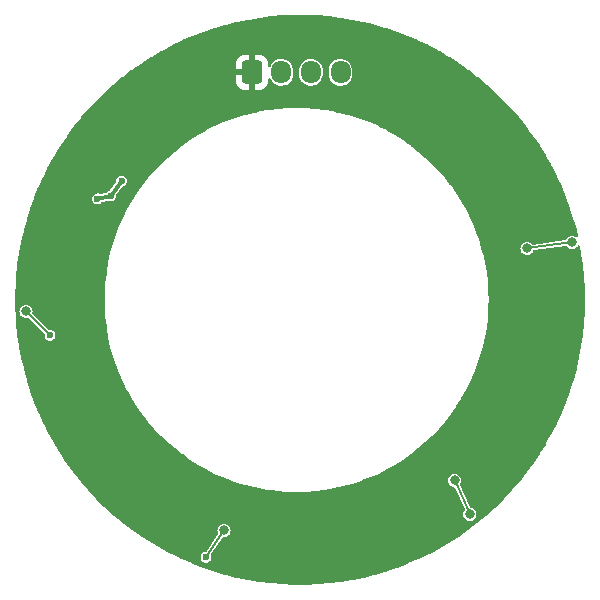
<source format=gbr>
%TF.GenerationSoftware,KiCad,Pcbnew,7.0.10*%
%TF.CreationDate,2024-07-16T17:41:30-07:00*%
%TF.ProjectId,Thermistor Ring,54686572-6d69-4737-946f-722052696e67,rev?*%
%TF.SameCoordinates,Original*%
%TF.FileFunction,Copper,L2,Bot*%
%TF.FilePolarity,Positive*%
%FSLAX46Y46*%
G04 Gerber Fmt 4.6, Leading zero omitted, Abs format (unit mm)*
G04 Created by KiCad (PCBNEW 7.0.10) date 2024-07-16 17:41:30*
%MOMM*%
%LPD*%
G01*
G04 APERTURE LIST*
G04 Aperture macros list*
%AMRoundRect*
0 Rectangle with rounded corners*
0 $1 Rounding radius*
0 $2 $3 $4 $5 $6 $7 $8 $9 X,Y pos of 4 corners*
0 Add a 4 corners polygon primitive as box body*
4,1,4,$2,$3,$4,$5,$6,$7,$8,$9,$2,$3,0*
0 Add four circle primitives for the rounded corners*
1,1,$1+$1,$2,$3*
1,1,$1+$1,$4,$5*
1,1,$1+$1,$6,$7*
1,1,$1+$1,$8,$9*
0 Add four rect primitives between the rounded corners*
20,1,$1+$1,$2,$3,$4,$5,0*
20,1,$1+$1,$4,$5,$6,$7,0*
20,1,$1+$1,$6,$7,$8,$9,0*
20,1,$1+$1,$8,$9,$2,$3,0*%
G04 Aperture macros list end*
%TA.AperFunction,ComponentPad*%
%ADD10RoundRect,0.250000X-0.600000X-0.725000X0.600000X-0.725000X0.600000X0.725000X-0.600000X0.725000X0*%
%TD*%
%TA.AperFunction,ComponentPad*%
%ADD11O,1.700000X1.950000*%
%TD*%
%TA.AperFunction,ViaPad*%
%ADD12C,0.600000*%
%TD*%
%TA.AperFunction,ViaPad*%
%ADD13C,0.800000*%
%TD*%
%TA.AperFunction,Conductor*%
%ADD14C,0.380000*%
%TD*%
%TA.AperFunction,Conductor*%
%ADD15C,0.160000*%
%TD*%
G04 APERTURE END LIST*
D10*
%TO.P,J1,1,Pin_1*%
%TO.N,GND*%
X69932085Y-37702705D03*
D11*
%TO.P,J1,2,Pin_2*%
%TO.N,/Power 3.3-5V*%
X72432085Y-37702705D03*
%TO.P,J1,3,Pin_3*%
%TO.N,/SDA*%
X74932085Y-37702705D03*
%TO.P,J1,4,Pin_4*%
%TO.N,/SCL*%
X77432085Y-37702705D03*
%TD*%
D12*
%TO.N,GND*%
X60705267Y-71268878D03*
X61385274Y-70951522D03*
X65013387Y-41857681D03*
X51977412Y-53674709D03*
X70427397Y-79294718D03*
X61842848Y-39725021D03*
X62042823Y-43254887D03*
X82486952Y-73370784D03*
X79557776Y-75483302D03*
X65210116Y-72997215D03*
X76721744Y-39480668D03*
X63800639Y-42620865D03*
X83374673Y-40915366D03*
X90994938Y-66168897D03*
X82354170Y-41784633D03*
X94485855Y-66667213D03*
X89660857Y-66442214D03*
X63254817Y-74844625D03*
X56964690Y-52008268D03*
X64647283Y-39845949D03*
X90732854Y-40165010D03*
X69102081Y-40372702D03*
X59249495Y-65783415D03*
X90187408Y-71354706D03*
X84286408Y-74723221D03*
X52896485Y-56983106D03*
X56447392Y-65154707D03*
X84267123Y-39048454D03*
X92210854Y-60767211D03*
X81190757Y-41012264D03*
X83998186Y-40460774D03*
X55266914Y-56471120D03*
X85546148Y-37081932D03*
X92525895Y-57491885D03*
X58267356Y-43606548D03*
X86837385Y-39354711D03*
X55814691Y-50483271D03*
X83335520Y-72263873D03*
X74946151Y-76256930D03*
X61732850Y-38845011D03*
X59502852Y-47845011D03*
X82453077Y-72148750D03*
X76897398Y-33674716D03*
X91310853Y-57592211D03*
X63411014Y-73422141D03*
X78963895Y-40753471D03*
X88312844Y-65135011D03*
X68282089Y-37722711D03*
X55769383Y-42248598D03*
X56301887Y-67623864D03*
X93421153Y-46706934D03*
X56400621Y-55570857D03*
X56309411Y-56955724D03*
X94777509Y-56748083D03*
X53424949Y-60918909D03*
X64920601Y-72371882D03*
X54737405Y-70564707D03*
X72647398Y-76534717D03*
X53527684Y-46416487D03*
X92160855Y-64742214D03*
X91307346Y-51366406D03*
X88464455Y-45001738D03*
X85660775Y-43107231D03*
X96337404Y-54704715D03*
X72212093Y-40022728D03*
X51689688Y-50633268D03*
X73127402Y-80734716D03*
X91895888Y-56351892D03*
X66220636Y-41180849D03*
X55596910Y-57431115D03*
X97792077Y-57042709D03*
X56284931Y-58358897D03*
X63955896Y-72888074D03*
X53668023Y-48186014D03*
X65246917Y-40804552D03*
X69982086Y-35932715D03*
X63500639Y-39223649D03*
X56762745Y-71102434D03*
X72987405Y-33734711D03*
%TO.N,/Power 3.3-5V*%
X57962641Y-48144437D03*
X58896624Y-46895543D03*
X56843512Y-48399545D03*
D13*
%TO.N,/SDA*%
X97032194Y-52087728D03*
X87085967Y-72250251D03*
X88382294Y-75109204D03*
X50804196Y-57929713D03*
X67568186Y-76471716D03*
X93222181Y-52595709D03*
D12*
X52836184Y-59961713D03*
X66044186Y-78757723D03*
%TD*%
D14*
%TO.N,/Power 3.3-5V*%
X72618023Y-37076384D02*
X72604870Y-37133033D01*
X56843512Y-48399545D02*
X57962641Y-48144437D01*
X57962641Y-48144437D02*
X58896624Y-46895543D01*
D15*
%TO.N,/SDA*%
X93222181Y-52595709D02*
X97032194Y-52087728D01*
X87085967Y-72250251D02*
X88382294Y-75109204D01*
X50804196Y-57929713D02*
X52836184Y-59961713D01*
X67568186Y-76471716D02*
X66044186Y-78757723D01*
%TD*%
%TA.AperFunction,Conductor*%
%TO.N,GND*%
G36*
X74463695Y-32836773D02*
G01*
X74560350Y-32838745D01*
X74562555Y-32838812D01*
X75444884Y-32874831D01*
X75447225Y-32874951D01*
X75543713Y-32880863D01*
X75546072Y-32881032D01*
X76426050Y-32952998D01*
X76428384Y-32953212D01*
X76524649Y-32963065D01*
X76526962Y-32963326D01*
X77403264Y-33071124D01*
X77405591Y-33071434D01*
X77501320Y-33085198D01*
X77503778Y-33085578D01*
X78374783Y-33229001D01*
X78377217Y-33229427D01*
X78472289Y-33247081D01*
X78474581Y-33247530D01*
X79339225Y-33426406D01*
X79341574Y-33426917D01*
X79435793Y-33448422D01*
X79438047Y-33448961D01*
X80228157Y-33646337D01*
X80294608Y-33662938D01*
X80297055Y-33663576D01*
X80390262Y-33688890D01*
X80392629Y-33689559D01*
X81239720Y-33938288D01*
X81242056Y-33939000D01*
X81334218Y-33968116D01*
X81336377Y-33968822D01*
X82172797Y-34251956D01*
X82174988Y-34252722D01*
X82265950Y-34285596D01*
X82268083Y-34286392D01*
X83092214Y-34603389D01*
X83094432Y-34604269D01*
X83183886Y-34640788D01*
X83186126Y-34641729D01*
X83996540Y-34992034D01*
X83998808Y-34993043D01*
X84086617Y-35033144D01*
X84088870Y-35034200D01*
X84884246Y-35417233D01*
X84886486Y-35418340D01*
X84972654Y-35462023D01*
X84974777Y-35463126D01*
X85674876Y-35836190D01*
X85753935Y-35878319D01*
X85756155Y-35879532D01*
X85840369Y-35926638D01*
X85842564Y-35927895D01*
X86283732Y-36186619D01*
X86465719Y-36293346D01*
X86604048Y-36374469D01*
X86606217Y-36375771D01*
X86688492Y-36426305D01*
X86690576Y-36427614D01*
X87433331Y-36904954D01*
X87435271Y-36906228D01*
X87515572Y-36960180D01*
X87517467Y-36961482D01*
X88081871Y-37357636D01*
X88240114Y-37468707D01*
X88242168Y-37470180D01*
X88320090Y-37527281D01*
X88321988Y-37528702D01*
X89023312Y-38064955D01*
X89025307Y-38066513D01*
X89100755Y-38126682D01*
X89102715Y-38128278D01*
X89781545Y-38692659D01*
X89783474Y-38694296D01*
X89856404Y-38757490D01*
X89858298Y-38759166D01*
X90310240Y-39167211D01*
X90513518Y-39350744D01*
X90515378Y-39352458D01*
X90585695Y-39418598D01*
X90587514Y-39420344D01*
X91218105Y-40038200D01*
X91219829Y-40039924D01*
X91287407Y-40108897D01*
X91289158Y-40110720D01*
X91893984Y-40753742D01*
X91895697Y-40755602D01*
X91960376Y-40827238D01*
X91962046Y-40829125D01*
X92121715Y-41013393D01*
X92540153Y-41496296D01*
X92541789Y-41498224D01*
X92603484Y-41572429D01*
X92605054Y-41574357D01*
X92871416Y-41908364D01*
X93155478Y-42264568D01*
X93157034Y-42266561D01*
X93215676Y-42343253D01*
X93217175Y-42345255D01*
X93421612Y-42624237D01*
X93738967Y-43057312D01*
X93740441Y-43059368D01*
X93795921Y-43138411D01*
X93797353Y-43140496D01*
X94289636Y-43873198D01*
X94291016Y-43875296D01*
X94305648Y-43898065D01*
X94343214Y-43956519D01*
X94344559Y-43958660D01*
X94806571Y-44710871D01*
X94807873Y-44713040D01*
X94856721Y-44796334D01*
X94857978Y-44798529D01*
X94935674Y-44937431D01*
X95243304Y-45487402D01*
X95288904Y-45568923D01*
X95290117Y-45571144D01*
X95335529Y-45656366D01*
X95336695Y-45658610D01*
X95735850Y-46445964D01*
X95736971Y-46448231D01*
X95778835Y-46535162D01*
X95779909Y-46537453D01*
X96146618Y-47340434D01*
X96147645Y-47342744D01*
X96185968Y-47431401D01*
X96186949Y-47433734D01*
X96520597Y-48250996D01*
X96521529Y-48253347D01*
X96556190Y-48343458D01*
X96557074Y-48345829D01*
X96857132Y-49176082D01*
X96857930Y-49178361D01*
X96888873Y-49269771D01*
X96889659Y-49272174D01*
X97155620Y-50114029D01*
X97156357Y-50116450D01*
X97183542Y-50209036D01*
X97184230Y-50211469D01*
X97415603Y-51063363D01*
X97416241Y-51065812D01*
X97439644Y-51159498D01*
X97440232Y-51161957D01*
X97513642Y-51483586D01*
X97509369Y-51553325D01*
X97468070Y-51609683D01*
X97402858Y-51634766D01*
X97334437Y-51620612D01*
X97317266Y-51609556D01*
X97311029Y-51604770D01*
X97311025Y-51604768D01*
X97176533Y-51549060D01*
X97176528Y-51549058D01*
X97032195Y-51530057D01*
X97032193Y-51530057D01*
X96887859Y-51549058D01*
X96887857Y-51549059D01*
X96753359Y-51604770D01*
X96637861Y-51693395D01*
X96549235Y-51808894D01*
X96529113Y-51857472D01*
X96485271Y-51911875D01*
X96430941Y-51932929D01*
X93761954Y-52288780D01*
X93692901Y-52278128D01*
X93647191Y-52241356D01*
X93616514Y-52201376D01*
X93501017Y-52112752D01*
X93501014Y-52112751D01*
X93501012Y-52112749D01*
X93366520Y-52057041D01*
X93366515Y-52057039D01*
X93222182Y-52038038D01*
X93222180Y-52038038D01*
X93077846Y-52057039D01*
X93077844Y-52057040D01*
X92943346Y-52112751D01*
X92827848Y-52201376D01*
X92739223Y-52316874D01*
X92683512Y-52451372D01*
X92683511Y-52451374D01*
X92664510Y-52595707D01*
X92664510Y-52595710D01*
X92683511Y-52740043D01*
X92683513Y-52740048D01*
X92739221Y-52874540D01*
X92739221Y-52874541D01*
X92739223Y-52874544D01*
X92739224Y-52874545D01*
X92827848Y-52990042D01*
X92943345Y-53078666D01*
X92943348Y-53078667D01*
X92943349Y-53078668D01*
X93010595Y-53106522D01*
X93077845Y-53134378D01*
X93150013Y-53143879D01*
X93222180Y-53153380D01*
X93222181Y-53153380D01*
X93222182Y-53153380D01*
X93270293Y-53147046D01*
X93366517Y-53134378D01*
X93501012Y-53078668D01*
X93501013Y-53078668D01*
X93501013Y-53078667D01*
X93501017Y-53078666D01*
X93616514Y-52990042D01*
X93705138Y-52874545D01*
X93725260Y-52825965D01*
X93769100Y-52771563D01*
X93823430Y-52750506D01*
X96492420Y-52394655D01*
X96561471Y-52405307D01*
X96607181Y-52442080D01*
X96637857Y-52482056D01*
X96637861Y-52482061D01*
X96753358Y-52570685D01*
X96753361Y-52570686D01*
X96753362Y-52570687D01*
X96813766Y-52595707D01*
X96887858Y-52626397D01*
X96960026Y-52635898D01*
X97032193Y-52645399D01*
X97032194Y-52645399D01*
X97032195Y-52645399D01*
X97080306Y-52639065D01*
X97176530Y-52626397D01*
X97311025Y-52570687D01*
X97311026Y-52570687D01*
X97311026Y-52570686D01*
X97311030Y-52570685D01*
X97426527Y-52482061D01*
X97496645Y-52390680D01*
X97553073Y-52349478D01*
X97622819Y-52345323D01*
X97683739Y-52379535D01*
X97716492Y-52441253D01*
X97716937Y-52443528D01*
X97818412Y-52990000D01*
X97818848Y-52992492D01*
X97834524Y-53087693D01*
X97834910Y-53090193D01*
X97960546Y-53964013D01*
X97960880Y-53966519D01*
X97972660Y-54062271D01*
X97972944Y-54064786D01*
X98062841Y-54943076D01*
X98063063Y-54945492D01*
X98069652Y-55026059D01*
X98070928Y-55041660D01*
X98071108Y-55044182D01*
X98125106Y-55925390D01*
X98125235Y-55927917D01*
X98129170Y-56024317D01*
X98129247Y-56026844D01*
X98148240Y-56957705D01*
X98148240Y-56962765D01*
X98129247Y-57893626D01*
X98129170Y-57896153D01*
X98125235Y-57992553D01*
X98125106Y-57995080D01*
X98071108Y-58876288D01*
X98070928Y-58878810D01*
X98063064Y-58974961D01*
X98062841Y-58977394D01*
X97972944Y-59855684D01*
X97972660Y-59858199D01*
X97960880Y-59953951D01*
X97960546Y-59956457D01*
X97834910Y-60830277D01*
X97834524Y-60832777D01*
X97818848Y-60927978D01*
X97818412Y-60930470D01*
X97657241Y-61798419D01*
X97656754Y-61800901D01*
X97637197Y-61895436D01*
X97636659Y-61897908D01*
X97440232Y-62758513D01*
X97439644Y-62760972D01*
X97416241Y-62854658D01*
X97415603Y-62857107D01*
X97184230Y-63709001D01*
X97183542Y-63711434D01*
X97156357Y-63804020D01*
X97155620Y-63806441D01*
X96889659Y-64648296D01*
X96888873Y-64650699D01*
X96874303Y-64693741D01*
X96857950Y-64742049D01*
X96857132Y-64744388D01*
X96557074Y-65574641D01*
X96556190Y-65577012D01*
X96521529Y-65667123D01*
X96520597Y-65669474D01*
X96186949Y-66486736D01*
X96185968Y-66489069D01*
X96147645Y-66577726D01*
X96146618Y-66580036D01*
X95779909Y-67383017D01*
X95778835Y-67385308D01*
X95736971Y-67472239D01*
X95735850Y-67474506D01*
X95336695Y-68261860D01*
X95335529Y-68264104D01*
X95290117Y-68349326D01*
X95288904Y-68351547D01*
X94857978Y-69121941D01*
X94856721Y-69124136D01*
X94807873Y-69207430D01*
X94806571Y-69209599D01*
X94344559Y-69961810D01*
X94343214Y-69963951D01*
X94291026Y-70045158D01*
X94289636Y-70047272D01*
X93797353Y-70779974D01*
X93795921Y-70782059D01*
X93740441Y-70861102D01*
X93738967Y-70863158D01*
X93217193Y-71575191D01*
X93215676Y-71577217D01*
X93157034Y-71653909D01*
X93155478Y-71655902D01*
X92605082Y-72346079D01*
X92603484Y-72348041D01*
X92541789Y-72422246D01*
X92540153Y-72424174D01*
X91962053Y-73091337D01*
X91960376Y-73093232D01*
X91895697Y-73164868D01*
X91893984Y-73166728D01*
X91289158Y-73809750D01*
X91287407Y-73811573D01*
X91219829Y-73880546D01*
X91218039Y-73882336D01*
X90587520Y-74500120D01*
X90585695Y-74501872D01*
X90515378Y-74568012D01*
X90513518Y-74569726D01*
X89858298Y-75161304D01*
X89856404Y-75162980D01*
X89783474Y-75226174D01*
X89781545Y-75227811D01*
X89102715Y-75792192D01*
X89100755Y-75793788D01*
X89025307Y-75853957D01*
X89023312Y-75855515D01*
X88322043Y-76391727D01*
X88320017Y-76393244D01*
X88242168Y-76450290D01*
X88240114Y-76451763D01*
X87517564Y-76958921D01*
X87515478Y-76960354D01*
X87435322Y-77014208D01*
X87433208Y-77015597D01*
X86690633Y-77492820D01*
X86688492Y-77494165D01*
X86606217Y-77544699D01*
X86604048Y-77546001D01*
X85842564Y-77992575D01*
X85840369Y-77993832D01*
X85756155Y-78040938D01*
X85753935Y-78042151D01*
X84974857Y-78457302D01*
X84972611Y-78458469D01*
X84886486Y-78502130D01*
X84884220Y-78503250D01*
X84088908Y-78886252D01*
X84086617Y-78887326D01*
X83998808Y-78927427D01*
X83996497Y-78928455D01*
X83186171Y-79278722D01*
X83183839Y-79279701D01*
X83094500Y-79316174D01*
X83092148Y-79317107D01*
X82268203Y-79634033D01*
X82265833Y-79634917D01*
X82175084Y-79667714D01*
X82172697Y-79668549D01*
X81336514Y-79951603D01*
X81334108Y-79952390D01*
X81242082Y-79981462D01*
X81239664Y-79982199D01*
X80392663Y-80230901D01*
X80390228Y-80231589D01*
X80297055Y-80256894D01*
X80294608Y-80257532D01*
X79438151Y-80471484D01*
X79435690Y-80472072D01*
X79341635Y-80493539D01*
X79339164Y-80494077D01*
X78474675Y-80672921D01*
X78472192Y-80673408D01*
X78377245Y-80691038D01*
X78374754Y-80691474D01*
X77503798Y-80834889D01*
X77501299Y-80835275D01*
X77405678Y-80849024D01*
X77403170Y-80849358D01*
X76527061Y-80957132D01*
X76524547Y-80957416D01*
X76428478Y-80967249D01*
X76425959Y-80967480D01*
X75546156Y-81039431D01*
X75543633Y-81039612D01*
X75447317Y-81045514D01*
X75444791Y-81045643D01*
X74562716Y-81081653D01*
X74560188Y-81081730D01*
X74469801Y-81083574D01*
X74463694Y-81083699D01*
X74461166Y-81083725D01*
X73578400Y-81083725D01*
X73575871Y-81083699D01*
X73568816Y-81083555D01*
X73479376Y-81081730D01*
X73476848Y-81081653D01*
X72594773Y-81045643D01*
X72592247Y-81045514D01*
X72495931Y-81039612D01*
X72493408Y-81039431D01*
X71613605Y-80967480D01*
X71611086Y-80967249D01*
X71515017Y-80957416D01*
X71512503Y-80957132D01*
X70636394Y-80849358D01*
X70633886Y-80849024D01*
X70538265Y-80835275D01*
X70535766Y-80834889D01*
X69664810Y-80691474D01*
X69662319Y-80691038D01*
X69567372Y-80673408D01*
X69564889Y-80672921D01*
X68700400Y-80494077D01*
X68697929Y-80493539D01*
X68603874Y-80472072D01*
X68601413Y-80471484D01*
X67744956Y-80257532D01*
X67742509Y-80256894D01*
X67649336Y-80231589D01*
X67646901Y-80230901D01*
X66799900Y-79982199D01*
X66797482Y-79981462D01*
X66705456Y-79952390D01*
X66703070Y-79951609D01*
X66255406Y-79800072D01*
X65866867Y-79668549D01*
X65864480Y-79667714D01*
X65773731Y-79634917D01*
X65771361Y-79634033D01*
X64947416Y-79317107D01*
X64945064Y-79316174D01*
X64855725Y-79279701D01*
X64853393Y-79278722D01*
X64043067Y-78928455D01*
X64040756Y-78927427D01*
X63952947Y-78887326D01*
X63950656Y-78886252D01*
X63683763Y-78757723D01*
X65586629Y-78757723D01*
X65605162Y-78886631D01*
X65624263Y-78928455D01*
X65659265Y-79005097D01*
X65744550Y-79103522D01*
X65744552Y-79103523D01*
X65744552Y-79103524D01*
X65788374Y-79131685D01*
X65854110Y-79173931D01*
X65955951Y-79203835D01*
X65979068Y-79210623D01*
X65979069Y-79210623D01*
X66109304Y-79210623D01*
X66128811Y-79204894D01*
X66234262Y-79173931D01*
X66343822Y-79103522D01*
X66429107Y-79005097D01*
X66483209Y-78886632D01*
X66501743Y-78757723D01*
X66483209Y-78628814D01*
X66482153Y-78626503D01*
X66481792Y-78623990D01*
X66480711Y-78620309D01*
X66481240Y-78620153D01*
X66472207Y-78557348D01*
X66491771Y-78506208D01*
X67440908Y-77082498D01*
X67494472Y-77037639D01*
X67560266Y-77028344D01*
X67568186Y-77029387D01*
X67712522Y-77010385D01*
X67847017Y-76954675D01*
X67847018Y-76954675D01*
X67847018Y-76954674D01*
X67847022Y-76954673D01*
X67962519Y-76866049D01*
X68051143Y-76750552D01*
X68106855Y-76616052D01*
X68125857Y-76471716D01*
X68120240Y-76429054D01*
X68106855Y-76327381D01*
X68106855Y-76327380D01*
X68051143Y-76192881D01*
X67962519Y-76077383D01*
X67847022Y-75988759D01*
X67847019Y-75988758D01*
X67847017Y-75988756D01*
X67712525Y-75933048D01*
X67712520Y-75933046D01*
X67568187Y-75914045D01*
X67568185Y-75914045D01*
X67423851Y-75933046D01*
X67423849Y-75933047D01*
X67289351Y-75988758D01*
X67173853Y-76077383D01*
X67085228Y-76192881D01*
X67029517Y-76327379D01*
X67029516Y-76327381D01*
X67010515Y-76471714D01*
X67010515Y-76471717D01*
X67029516Y-76616050D01*
X67029517Y-76616052D01*
X67066471Y-76705266D01*
X67073940Y-76774736D01*
X67055084Y-76821502D01*
X66103019Y-78249606D01*
X66049454Y-78294467D01*
X65999845Y-78304823D01*
X65979068Y-78304823D01*
X65916589Y-78323169D01*
X65854110Y-78341515D01*
X65854107Y-78341517D01*
X65744552Y-78411921D01*
X65744552Y-78411922D01*
X65659265Y-78510348D01*
X65659264Y-78510350D01*
X65605162Y-78628814D01*
X65586629Y-78757723D01*
X63683763Y-78757723D01*
X63155344Y-78503250D01*
X63153078Y-78502130D01*
X63066953Y-78458469D01*
X63064707Y-78457302D01*
X62285629Y-78042151D01*
X62283409Y-78040938D01*
X62199195Y-77993832D01*
X62197000Y-77992575D01*
X61435516Y-77546001D01*
X61433347Y-77544699D01*
X61351072Y-77494165D01*
X61348931Y-77492820D01*
X60606284Y-77015549D01*
X60604242Y-77014208D01*
X60598549Y-77010383D01*
X60524034Y-76960318D01*
X60522054Y-76958958D01*
X60033510Y-76616050D01*
X59799450Y-76451763D01*
X59797396Y-76450290D01*
X59756486Y-76420312D01*
X59719506Y-76393213D01*
X59717546Y-76391746D01*
X59117650Y-75933047D01*
X59016252Y-75855515D01*
X59014257Y-75853957D01*
X58938809Y-75793788D01*
X58936849Y-75792192D01*
X58258019Y-75227811D01*
X58256090Y-75226174D01*
X58183160Y-75162980D01*
X58181266Y-75161304D01*
X57526046Y-74569726D01*
X57524186Y-74568012D01*
X57453869Y-74501872D01*
X57452044Y-74500120D01*
X57440892Y-74489193D01*
X56821460Y-73882271D01*
X56819735Y-73880546D01*
X56752157Y-73811573D01*
X56750406Y-73809750D01*
X56145580Y-73166728D01*
X56143867Y-73164868D01*
X56079188Y-73093232D01*
X56077511Y-73091337D01*
X56043425Y-73052000D01*
X55499401Y-72424162D01*
X55497775Y-72422246D01*
X55436042Y-72347994D01*
X55434528Y-72346135D01*
X54928488Y-71711581D01*
X54884086Y-71655902D01*
X54882530Y-71653909D01*
X54823888Y-71577217D01*
X54822413Y-71575248D01*
X54300580Y-70863135D01*
X54299123Y-70861102D01*
X54243643Y-70782059D01*
X54242211Y-70779974D01*
X54046897Y-70489273D01*
X53749885Y-70047207D01*
X53748579Y-70045221D01*
X53696335Y-69963927D01*
X53695005Y-69961810D01*
X53435504Y-69539312D01*
X53232982Y-69209580D01*
X53231691Y-69207430D01*
X53182843Y-69124136D01*
X53181586Y-69121941D01*
X52750616Y-68351467D01*
X52749491Y-68349407D01*
X52704014Y-68264064D01*
X52702891Y-68261904D01*
X52303705Y-67474489D01*
X52302620Y-67472293D01*
X52260692Y-67385230D01*
X52259655Y-67383017D01*
X51892946Y-66580036D01*
X51891919Y-66577726D01*
X51853596Y-66489069D01*
X51852615Y-66486736D01*
X51656311Y-66005895D01*
X51518956Y-65669447D01*
X51518059Y-65667183D01*
X51483340Y-65576922D01*
X51482512Y-65574701D01*
X51182381Y-64744244D01*
X51181673Y-64742222D01*
X51150648Y-64650568D01*
X51149919Y-64648341D01*
X50883934Y-63806410D01*
X50883207Y-63804020D01*
X50856022Y-63711434D01*
X50855334Y-63709001D01*
X50716138Y-63196493D01*
X50623932Y-62856998D01*
X50623346Y-62854747D01*
X50599913Y-62760944D01*
X50599344Y-62758564D01*
X50402895Y-61897863D01*
X50402367Y-61895436D01*
X50382810Y-61800901D01*
X50382323Y-61798419D01*
X50221135Y-60930374D01*
X50220730Y-60928062D01*
X50205030Y-60832714D01*
X50204666Y-60830356D01*
X50079014Y-59956427D01*
X50078684Y-59953951D01*
X50066885Y-59858039D01*
X50066636Y-59855831D01*
X49976705Y-58977202D01*
X49976516Y-58975155D01*
X49968624Y-58878653D01*
X49968460Y-58876354D01*
X49914451Y-57994956D01*
X49914335Y-57992676D01*
X49911765Y-57929714D01*
X50246525Y-57929714D01*
X50265526Y-58074047D01*
X50265528Y-58074052D01*
X50321236Y-58208544D01*
X50321236Y-58208545D01*
X50321238Y-58208548D01*
X50321239Y-58208549D01*
X50409863Y-58324046D01*
X50525360Y-58412670D01*
X50525363Y-58412671D01*
X50525364Y-58412672D01*
X50592610Y-58440526D01*
X50659860Y-58468382D01*
X50732028Y-58477883D01*
X50804195Y-58487384D01*
X50804196Y-58487384D01*
X50945308Y-58468806D01*
X51014343Y-58479571D01*
X51049174Y-58504064D01*
X52350850Y-59805747D01*
X52384335Y-59867070D01*
X52385907Y-59911073D01*
X52378627Y-59961711D01*
X52378627Y-59961712D01*
X52397160Y-60090621D01*
X52417571Y-60135313D01*
X52451263Y-60209087D01*
X52536548Y-60307512D01*
X52536550Y-60307513D01*
X52536550Y-60307514D01*
X52580372Y-60335675D01*
X52646108Y-60377921D01*
X52747949Y-60407825D01*
X52771066Y-60414613D01*
X52771067Y-60414613D01*
X52901302Y-60414613D01*
X52920809Y-60408884D01*
X53026260Y-60377921D01*
X53135820Y-60307512D01*
X53221105Y-60209087D01*
X53275207Y-60090622D01*
X53293741Y-59961713D01*
X53275207Y-59832804D01*
X53221105Y-59714339D01*
X53135820Y-59615914D01*
X53135817Y-59615912D01*
X53135817Y-59615911D01*
X53070084Y-59573668D01*
X53026260Y-59545505D01*
X52942954Y-59521043D01*
X52901302Y-59508813D01*
X52901301Y-59508813D01*
X52771067Y-59508813D01*
X52764018Y-59508813D01*
X52696979Y-59489128D01*
X52676342Y-59472499D01*
X51378544Y-58174693D01*
X51345061Y-58113372D01*
X51343288Y-58070834D01*
X51361867Y-57929713D01*
X51342865Y-57785377D01*
X51287153Y-57650878D01*
X51198529Y-57535380D01*
X51083032Y-57446756D01*
X51083029Y-57446755D01*
X51083027Y-57446753D01*
X50948535Y-57391045D01*
X50948530Y-57391043D01*
X50804197Y-57372042D01*
X50804195Y-57372042D01*
X50659861Y-57391043D01*
X50659859Y-57391044D01*
X50525361Y-57446755D01*
X50409863Y-57535380D01*
X50321238Y-57650878D01*
X50265527Y-57785376D01*
X50265526Y-57785378D01*
X50246525Y-57929711D01*
X50246525Y-57929714D01*
X49911765Y-57929714D01*
X49910391Y-57896063D01*
X49910319Y-57893718D01*
X49892310Y-57011012D01*
X49892284Y-57008483D01*
X49892284Y-56965740D01*
X57455646Y-56965740D01*
X57455996Y-56969390D01*
X57475130Y-57748590D01*
X57474952Y-57752263D01*
X57475168Y-57755297D01*
X57475433Y-57760680D01*
X57475528Y-57764143D01*
X57476087Y-57767834D01*
X57533415Y-58545106D01*
X57533438Y-58548764D01*
X57533691Y-58550821D01*
X57534280Y-58556795D01*
X57534454Y-58559154D01*
X57535168Y-58562805D01*
X57630634Y-59336740D01*
X57630827Y-59340428D01*
X57631257Y-59342922D01*
X57632108Y-59348662D01*
X57632455Y-59351449D01*
X57633362Y-59355078D01*
X57766601Y-60122975D01*
X57766970Y-60126641D01*
X57767542Y-60129201D01*
X57768662Y-60134835D01*
X57769842Y-60141583D01*
X57771262Y-60146734D01*
X57771499Y-60148099D01*
X57946255Y-60926295D01*
X58158970Y-61694993D01*
X58158976Y-61695011D01*
X58409182Y-62452334D01*
X58409187Y-62452347D01*
X58409192Y-62452362D01*
X58696211Y-63196449D01*
X58696220Y-63196472D01*
X59019423Y-63925642D01*
X59019426Y-63925648D01*
X59019428Y-63925652D01*
X59378042Y-64638090D01*
X59412683Y-64699240D01*
X59768290Y-65326975D01*
X59771165Y-65332049D01*
X60197891Y-66005895D01*
X60657143Y-66657996D01*
X60657146Y-66657999D01*
X60657151Y-66658007D01*
X60991951Y-67087027D01*
X61147836Y-67286781D01*
X61147846Y-67286793D01*
X61147854Y-67286803D01*
X61668797Y-67890714D01*
X61668798Y-67890715D01*
X61668807Y-67890725D01*
X62218773Y-68468374D01*
X62796429Y-69018337D01*
X63015638Y-69207430D01*
X63400379Y-69539312D01*
X64029147Y-70030021D01*
X64029156Y-70030027D01*
X64053643Y-70047272D01*
X64681245Y-70489269D01*
X65355095Y-70915985D01*
X66049061Y-71309100D01*
X66049069Y-71309104D01*
X66761474Y-71667710D01*
X66761490Y-71667718D01*
X66986137Y-71767291D01*
X67490671Y-71990922D01*
X68234806Y-72277982D01*
X68992130Y-72528158D01*
X69760827Y-72740897D01*
X69760841Y-72740900D01*
X69760848Y-72740902D01*
X70539027Y-72915635D01*
X70539033Y-72915636D01*
X70539042Y-72915638D01*
X70890084Y-72976551D01*
X71324858Y-73051994D01*
X71324877Y-73051996D01*
X71324896Y-73052000D01*
X71720689Y-73100816D01*
X72116465Y-73149630D01*
X72116469Y-73149630D01*
X72116483Y-73149632D01*
X72911912Y-73208310D01*
X73709265Y-73227884D01*
X74506602Y-73208316D01*
X75302028Y-73149630D01*
X76093634Y-73051996D01*
X76879485Y-72915647D01*
X77657700Y-72740886D01*
X78426393Y-72528161D01*
X79183715Y-72277982D01*
X79255599Y-72250252D01*
X86528296Y-72250252D01*
X86547297Y-72394585D01*
X86547299Y-72394590D01*
X86603007Y-72529082D01*
X86603007Y-72529083D01*
X86603009Y-72529086D01*
X86603010Y-72529087D01*
X86691634Y-72644584D01*
X86807131Y-72733208D01*
X86807134Y-72733209D01*
X86807135Y-72733210D01*
X86874381Y-72761064D01*
X86941631Y-72788920D01*
X87014625Y-72798529D01*
X87078521Y-72826795D01*
X87111373Y-72870261D01*
X87931996Y-74680083D01*
X87941753Y-74749268D01*
X87917441Y-74806774D01*
X87899336Y-74830369D01*
X87843625Y-74964867D01*
X87843624Y-74964869D01*
X87824623Y-75109202D01*
X87824623Y-75109205D01*
X87843624Y-75253538D01*
X87843626Y-75253543D01*
X87899334Y-75388035D01*
X87899334Y-75388036D01*
X87899336Y-75388039D01*
X87899337Y-75388040D01*
X87987961Y-75503537D01*
X88103458Y-75592161D01*
X88103461Y-75592162D01*
X88103462Y-75592163D01*
X88170708Y-75620017D01*
X88237958Y-75647873D01*
X88310126Y-75657374D01*
X88382293Y-75666875D01*
X88382294Y-75666875D01*
X88382295Y-75666875D01*
X88430406Y-75660541D01*
X88526630Y-75647873D01*
X88661125Y-75592163D01*
X88661126Y-75592163D01*
X88661126Y-75592162D01*
X88661130Y-75592161D01*
X88776627Y-75503537D01*
X88865251Y-75388040D01*
X88920963Y-75253540D01*
X88939965Y-75109204D01*
X88920963Y-74964868D01*
X88865251Y-74830369D01*
X88803021Y-74749268D01*
X88776628Y-74714872D01*
X88731290Y-74680083D01*
X88661130Y-74626247D01*
X88661127Y-74626246D01*
X88661125Y-74626244D01*
X88526633Y-74570536D01*
X88526631Y-74570535D01*
X88526630Y-74570535D01*
X88453633Y-74560924D01*
X88389738Y-74532658D01*
X88356889Y-74489196D01*
X87536264Y-72679370D01*
X87526508Y-72610186D01*
X87550822Y-72552678D01*
X87553268Y-72549489D01*
X87568924Y-72529087D01*
X87624636Y-72394587D01*
X87643638Y-72250251D01*
X87624636Y-72105915D01*
X87568924Y-71971416D01*
X87480300Y-71855918D01*
X87364803Y-71767294D01*
X87364800Y-71767293D01*
X87364798Y-71767291D01*
X87230306Y-71711583D01*
X87230301Y-71711581D01*
X87085968Y-71692580D01*
X87085966Y-71692580D01*
X86941632Y-71711581D01*
X86941630Y-71711582D01*
X86807132Y-71767293D01*
X86691634Y-71855918D01*
X86603009Y-71971416D01*
X86547298Y-72105914D01*
X86547297Y-72105916D01*
X86528296Y-72250249D01*
X86528296Y-72250252D01*
X79255599Y-72250252D01*
X79927868Y-71990916D01*
X80657034Y-71667711D01*
X81369449Y-71309104D01*
X82063426Y-70915980D01*
X82737278Y-70489250D01*
X83389379Y-70030013D01*
X84018157Y-69539301D01*
X84622096Y-69018336D01*
X85199749Y-68468370D01*
X85749718Y-67890715D01*
X86270683Y-67286781D01*
X86761383Y-66657996D01*
X86761387Y-66657989D01*
X86762319Y-66656796D01*
X86762443Y-66656892D01*
X86770943Y-66647265D01*
X86772246Y-66645317D01*
X86773922Y-66642874D01*
X87226356Y-66000470D01*
X87228848Y-65997433D01*
X87230003Y-65995598D01*
X87233791Y-65989929D01*
X87235284Y-65987821D01*
X87237162Y-65984275D01*
X87653382Y-65326975D01*
X87655787Y-65323759D01*
X87657036Y-65321539D01*
X87660598Y-65315599D01*
X87661770Y-65313761D01*
X87663460Y-65310182D01*
X88047117Y-64632937D01*
X88049354Y-64629624D01*
X88050544Y-64627244D01*
X88053745Y-64621255D01*
X88055060Y-64618949D01*
X88056575Y-64615241D01*
X88406205Y-63920674D01*
X88408309Y-63917219D01*
X88409502Y-63914511D01*
X88412377Y-63908433D01*
X88413603Y-63906011D01*
X88414937Y-63902230D01*
X88730113Y-63191173D01*
X88732053Y-63187588D01*
X88732950Y-63185236D01*
X88735673Y-63178662D01*
X88736698Y-63176375D01*
X88737861Y-63172466D01*
X89017843Y-62446644D01*
X89019572Y-62443023D01*
X89020330Y-62440703D01*
X89022668Y-62434167D01*
X89023409Y-62432265D01*
X89024366Y-62428452D01*
X89268654Y-61688999D01*
X89270179Y-61685343D01*
X89270839Y-61682937D01*
X89272791Y-61676504D01*
X89273514Y-61674333D01*
X89274279Y-61670477D01*
X89481836Y-60920434D01*
X89483209Y-60916664D01*
X89483829Y-60913876D01*
X89485450Y-60907408D01*
X89486098Y-60905087D01*
X89486669Y-60901192D01*
X89657225Y-60141699D01*
X89658391Y-60137906D01*
X89658835Y-60135313D01*
X89660144Y-60128738D01*
X89660713Y-60126229D01*
X89661090Y-60122277D01*
X89794164Y-59355339D01*
X89795108Y-59351594D01*
X89795434Y-59348936D01*
X89796360Y-59342693D01*
X89796842Y-59339929D01*
X89797022Y-59336038D01*
X89892307Y-58563487D01*
X89893069Y-58559698D01*
X89893273Y-58556919D01*
X89893886Y-58550701D01*
X89894200Y-58548165D01*
X89894200Y-58544334D01*
X89898401Y-58487384D01*
X89951459Y-57768104D01*
X89952060Y-57764196D01*
X89952130Y-57761212D01*
X89952446Y-57754790D01*
X89952663Y-57751900D01*
X89952452Y-57747950D01*
X89959849Y-57446755D01*
X89971557Y-56970045D01*
X89971954Y-56966120D01*
X89971886Y-56963538D01*
X89971886Y-56956926D01*
X89971947Y-56954617D01*
X89971565Y-56950742D01*
X89952455Y-56172549D01*
X89952666Y-56168624D01*
X89952445Y-56165665D01*
X89952134Y-56159337D01*
X89952062Y-56156275D01*
X89951461Y-56152377D01*
X89894216Y-55376396D01*
X89894224Y-55372556D01*
X89893876Y-55369739D01*
X89893273Y-55363616D01*
X89893085Y-55361070D01*
X89892347Y-55357346D01*
X89797039Y-54584606D01*
X89796860Y-54580641D01*
X89796390Y-54577961D01*
X89795418Y-54571405D01*
X89795126Y-54568998D01*
X89794168Y-54565190D01*
X89661117Y-53798403D01*
X89660749Y-53794474D01*
X89660100Y-53791598D01*
X89658850Y-53785317D01*
X89658393Y-53782668D01*
X89657253Y-53778939D01*
X89486706Y-53019439D01*
X89486144Y-53015577D01*
X89485424Y-53012989D01*
X89483857Y-53006730D01*
X89483283Y-53004159D01*
X89481957Y-53000475D01*
X89447106Y-52874542D01*
X89274282Y-52250054D01*
X89273527Y-52246238D01*
X89272741Y-52243870D01*
X89270862Y-52237675D01*
X89270155Y-52235105D01*
X89268639Y-52231471D01*
X89229421Y-52112749D01*
X89036938Y-51530057D01*
X89024423Y-51492170D01*
X89023490Y-51488439D01*
X89022551Y-51486007D01*
X89020444Y-51480116D01*
X89019640Y-51477675D01*
X89017988Y-51474187D01*
X88737881Y-50748057D01*
X88736736Y-50744205D01*
X88735593Y-50741643D01*
X88733013Y-50735413D01*
X88732186Y-50733254D01*
X88730327Y-50729782D01*
X88477840Y-50160189D01*
X88414925Y-50018258D01*
X88413621Y-50014557D01*
X88412267Y-50011872D01*
X88409574Y-50006177D01*
X88408446Y-50003627D01*
X88406430Y-50000282D01*
X88303785Y-49796365D01*
X88056636Y-49305371D01*
X88055147Y-49301718D01*
X88053600Y-49298990D01*
X88050645Y-49293461D01*
X88049691Y-49291562D01*
X88047622Y-49288439D01*
X87739967Y-48745346D01*
X87663608Y-48610551D01*
X87661988Y-48607100D01*
X87660315Y-48604452D01*
X87657311Y-48599441D01*
X87655844Y-48596858D01*
X87653585Y-48593819D01*
X87237120Y-47936142D01*
X87235288Y-47932689D01*
X87233628Y-47930335D01*
X87230146Y-47925124D01*
X87229079Y-47923436D01*
X87226731Y-47920547D01*
X86773950Y-47277668D01*
X86772118Y-47274990D01*
X86771435Y-47273964D01*
X86771283Y-47274117D01*
X86753859Y-47256694D01*
X86747764Y-47254167D01*
X86697502Y-47215911D01*
X86640538Y-47142917D01*
X86270687Y-46668988D01*
X85749730Y-46065045D01*
X85199751Y-45487402D01*
X84622088Y-44937433D01*
X84622082Y-44937428D01*
X84622077Y-44937423D01*
X84622056Y-44937404D01*
X84018166Y-44416478D01*
X84018151Y-44416465D01*
X83471255Y-43989667D01*
X83432950Y-43939286D01*
X83430468Y-43933282D01*
X83413404Y-43916190D01*
X83412773Y-43915768D01*
X83400739Y-43903739D01*
X83398775Y-43901723D01*
X83396385Y-43900083D01*
X83360999Y-43875162D01*
X83154661Y-43729844D01*
X82753929Y-43447622D01*
X82751031Y-43445247D01*
X82748729Y-43443787D01*
X82743812Y-43440500D01*
X82741910Y-43439162D01*
X82738666Y-43437410D01*
X82080367Y-43020543D01*
X82077362Y-43018302D01*
X82074448Y-43016642D01*
X82069717Y-43013806D01*
X82067331Y-43012302D01*
X82064024Y-43010730D01*
X81385687Y-42626454D01*
X81382609Y-42624410D01*
X81380377Y-42623284D01*
X81375209Y-42620521D01*
X81372715Y-42619110D01*
X81369208Y-42617660D01*
X80714413Y-42288067D01*
X80673331Y-42267388D01*
X80670120Y-42265469D01*
X80667639Y-42264366D01*
X80662363Y-42261870D01*
X80659946Y-42260656D01*
X80656421Y-42259391D01*
X79944309Y-41943727D01*
X79940945Y-41941922D01*
X79938272Y-41940890D01*
X79932711Y-41938586D01*
X79930274Y-41937506D01*
X79926645Y-41936404D01*
X79926616Y-41936393D01*
X79708188Y-41852136D01*
X79199833Y-41656043D01*
X79196443Y-41654438D01*
X79193626Y-41653503D01*
X79188272Y-41651588D01*
X79186107Y-41650757D01*
X79182609Y-41649859D01*
X78442508Y-41405373D01*
X78439000Y-41403910D01*
X78436049Y-41403091D01*
X78430465Y-41401397D01*
X78428306Y-41400686D01*
X78424721Y-41399953D01*
X77673459Y-41192048D01*
X77669921Y-41190776D01*
X77666958Y-41190107D01*
X77661382Y-41188710D01*
X77659012Y-41188057D01*
X77655393Y-41187505D01*
X76894688Y-41016691D01*
X76891118Y-41015612D01*
X76888365Y-41015131D01*
X76882731Y-41014011D01*
X76880165Y-41013438D01*
X76876499Y-41013068D01*
X76108292Y-40879764D01*
X76104791Y-40878899D01*
X76101973Y-40878543D01*
X76096685Y-40877758D01*
X76093851Y-40877274D01*
X76090229Y-40877087D01*
X75316345Y-40781631D01*
X75312693Y-40780917D01*
X75310333Y-40780743D01*
X75304359Y-40780154D01*
X75302302Y-40779901D01*
X75298644Y-40779878D01*
X74521024Y-40722523D01*
X74517373Y-40721980D01*
X74514282Y-40721897D01*
X74508814Y-40721628D01*
X74505818Y-40721414D01*
X74502134Y-40721592D01*
X73722929Y-40702468D01*
X73719272Y-40702118D01*
X73716607Y-40702179D01*
X73710948Y-40702179D01*
X73708523Y-40702123D01*
X73704911Y-40702461D01*
X72925458Y-40721592D01*
X72921798Y-40721414D01*
X72918702Y-40721634D01*
X72913340Y-40721897D01*
X72910183Y-40721983D01*
X72906547Y-40722524D01*
X72129143Y-40779874D01*
X72125467Y-40779890D01*
X72123152Y-40780174D01*
X72117286Y-40780751D01*
X72115147Y-40780910D01*
X72111552Y-40781602D01*
X71337471Y-40877065D01*
X71333776Y-40877252D01*
X71331037Y-40877723D01*
X71325423Y-40878556D01*
X71322880Y-40878873D01*
X71319330Y-40879749D01*
X70551213Y-41013028D01*
X70547550Y-41013393D01*
X70544710Y-41014024D01*
X70539281Y-41015103D01*
X70536750Y-41015547D01*
X70533267Y-41016587D01*
X69772149Y-41187507D01*
X69768597Y-41188050D01*
X69766015Y-41188757D01*
X69760796Y-41190064D01*
X69758122Y-41190672D01*
X69754724Y-41191874D01*
X69002919Y-41399933D01*
X68999373Y-41400655D01*
X68996967Y-41401445D01*
X68991669Y-41403052D01*
X68988924Y-41403817D01*
X68985518Y-41405222D01*
X68245002Y-41649839D01*
X68241558Y-41650721D01*
X68239159Y-41651639D01*
X68234097Y-41653449D01*
X68231462Y-41654327D01*
X68228186Y-41655862D01*
X67500949Y-41936393D01*
X67497347Y-41937486D01*
X67494782Y-41938621D01*
X67489398Y-41940852D01*
X67487036Y-41941765D01*
X67483765Y-41943502D01*
X66771123Y-42259403D01*
X66767684Y-42260637D01*
X66765010Y-42261975D01*
X66760101Y-42264296D01*
X66757358Y-42265520D01*
X66754203Y-42267407D01*
X66058317Y-42617682D01*
X66054891Y-42619100D01*
X66052139Y-42620651D01*
X66047371Y-42623200D01*
X66045325Y-42624237D01*
X66042386Y-42626168D01*
X65363122Y-43010971D01*
X65359884Y-43012526D01*
X65357857Y-43013804D01*
X65353076Y-43016669D01*
X65350785Y-43017972D01*
X65347841Y-43020140D01*
X64689086Y-43437291D01*
X64685856Y-43439027D01*
X64683539Y-43440651D01*
X64679000Y-43443685D01*
X64677127Y-43444877D01*
X64674386Y-43447090D01*
X64040248Y-43893710D01*
X64032345Y-43898065D01*
X64026708Y-43903696D01*
X64022913Y-43911004D01*
X64015081Y-43923424D01*
X64012531Y-43921816D01*
X64000761Y-43945768D01*
X63985676Y-43959696D01*
X63400355Y-44416467D01*
X63400338Y-44416481D01*
X62796447Y-44937421D01*
X62218780Y-45487404D01*
X61668816Y-46065049D01*
X61147837Y-46668989D01*
X60706935Y-47233967D01*
X60675329Y-47262561D01*
X60664584Y-47269338D01*
X60657250Y-47273143D01*
X60651637Y-47278751D01*
X60647283Y-47286641D01*
X60200614Y-47920863D01*
X60198402Y-47923604D01*
X60197210Y-47925476D01*
X60194176Y-47930015D01*
X60192550Y-47932334D01*
X60190814Y-47935564D01*
X59773782Y-48594135D01*
X59771651Y-48597019D01*
X59770069Y-48599786D01*
X59767491Y-48604089D01*
X59765848Y-48606708D01*
X59764318Y-48609919D01*
X59556445Y-48976857D01*
X59379955Y-49288400D01*
X59377953Y-49291419D01*
X59376742Y-49293812D01*
X59374163Y-49298635D01*
X59372767Y-49301112D01*
X59371359Y-49304490D01*
X59020933Y-50000674D01*
X59019048Y-50003826D01*
X59017823Y-50006572D01*
X59015502Y-50011481D01*
X59014163Y-50014157D01*
X59012928Y-50017598D01*
X58697085Y-50730141D01*
X58695372Y-50733363D01*
X58694301Y-50736117D01*
X58692253Y-50741061D01*
X58690991Y-50743931D01*
X58689928Y-50747435D01*
X58409351Y-51474775D01*
X58407806Y-51478081D01*
X58407047Y-51480369D01*
X58405126Y-51485739D01*
X58404294Y-51487904D01*
X58403393Y-51491417D01*
X58158753Y-52231975D01*
X58157349Y-52235379D01*
X58156584Y-52238124D01*
X58154977Y-52243422D01*
X58154188Y-52245827D01*
X58153465Y-52249376D01*
X57945343Y-53001439D01*
X57944147Y-53004847D01*
X57943624Y-53007157D01*
X57942263Y-53012595D01*
X57941541Y-53015224D01*
X57940996Y-53018835D01*
X57770127Y-53779741D01*
X57769087Y-53783224D01*
X57768643Y-53785755D01*
X57767564Y-53791184D01*
X57766933Y-53794021D01*
X57766569Y-53797681D01*
X57633294Y-54565792D01*
X57632419Y-54569339D01*
X57632102Y-54571879D01*
X57631269Y-54577493D01*
X57630797Y-54580236D01*
X57630610Y-54583933D01*
X57535131Y-55358011D01*
X57534438Y-55361610D01*
X57534279Y-55363748D01*
X57533702Y-55369614D01*
X57533418Y-55371929D01*
X57533402Y-55375605D01*
X57476060Y-56153001D01*
X57475520Y-56156633D01*
X57475434Y-56159794D01*
X57475171Y-56165156D01*
X57474936Y-56168469D01*
X57475123Y-56172163D01*
X57455989Y-56951376D01*
X57455650Y-56954998D01*
X57455706Y-56957405D01*
X57455707Y-56963065D01*
X57455646Y-56965740D01*
X49892284Y-56965740D01*
X49892284Y-56911987D01*
X49892310Y-56909458D01*
X49910319Y-56026748D01*
X49910391Y-56024414D01*
X49914335Y-55927785D01*
X49914450Y-55925528D01*
X49968461Y-55044103D01*
X49968623Y-55041832D01*
X49976518Y-54945298D01*
X49976703Y-54943283D01*
X50066638Y-54064623D01*
X50066883Y-54062455D01*
X50078693Y-53966448D01*
X50079010Y-53964071D01*
X50204670Y-53090085D01*
X50205025Y-53087787D01*
X50220736Y-52992375D01*
X50221129Y-52990129D01*
X50382336Y-52121980D01*
X50382796Y-52119638D01*
X50402385Y-52024949D01*
X50402885Y-52022651D01*
X50599354Y-51161861D01*
X50599902Y-51159571D01*
X50623358Y-51065675D01*
X50623919Y-51063523D01*
X50855342Y-50211439D01*
X50856022Y-50209036D01*
X50883225Y-50116389D01*
X50883917Y-50114116D01*
X51149939Y-49272067D01*
X51150628Y-49269960D01*
X51181694Y-49178189D01*
X51182359Y-49176288D01*
X51463077Y-48399545D01*
X56385955Y-48399545D01*
X56404488Y-48528453D01*
X56440227Y-48606708D01*
X56458591Y-48646919D01*
X56543876Y-48745344D01*
X56543878Y-48745345D01*
X56543878Y-48745346D01*
X56587700Y-48773507D01*
X56653436Y-48815753D01*
X56755277Y-48845657D01*
X56778394Y-48852445D01*
X56778395Y-48852445D01*
X56908630Y-48852445D01*
X56928137Y-48846716D01*
X57033588Y-48815753D01*
X57143148Y-48745344D01*
X57183950Y-48698253D01*
X57242726Y-48660479D01*
X57250072Y-48658564D01*
X57700718Y-48555839D01*
X57763596Y-48559709D01*
X57764056Y-48558146D01*
X57772563Y-48560644D01*
X57772565Y-48560645D01*
X57847039Y-48582513D01*
X57897523Y-48597337D01*
X57897524Y-48597337D01*
X58027759Y-48597337D01*
X58047266Y-48591608D01*
X58152717Y-48560645D01*
X58262277Y-48490236D01*
X58347562Y-48391811D01*
X58401664Y-48273346D01*
X58420198Y-48144437D01*
X58420197Y-48144436D01*
X58421460Y-48135658D01*
X58423274Y-48135918D01*
X58439883Y-48079356D01*
X58444878Y-48072156D01*
X58968228Y-47372347D01*
X59024137Y-47330454D01*
X59032560Y-47327647D01*
X59086700Y-47311751D01*
X59196260Y-47241342D01*
X59281545Y-47142917D01*
X59335647Y-47024452D01*
X59354181Y-46895543D01*
X59335647Y-46766634D01*
X59281545Y-46648169D01*
X59196260Y-46549744D01*
X59196257Y-46549742D01*
X59196257Y-46549741D01*
X59099853Y-46487788D01*
X59086700Y-46479335D01*
X58980329Y-46448101D01*
X58961742Y-46442643D01*
X58961741Y-46442643D01*
X58831507Y-46442643D01*
X58831506Y-46442643D01*
X58812476Y-46448231D01*
X58706548Y-46479335D01*
X58706545Y-46479337D01*
X58596990Y-46549741D01*
X58596990Y-46549742D01*
X58511703Y-46648168D01*
X58511702Y-46648170D01*
X58457600Y-46766634D01*
X58437805Y-46904321D01*
X58435989Y-46904060D01*
X58419382Y-46960619D01*
X58414370Y-46967843D01*
X57891039Y-47667627D01*
X57835125Y-47709525D01*
X57826673Y-47712340D01*
X57772571Y-47728226D01*
X57772566Y-47728228D01*
X57772565Y-47728229D01*
X57772562Y-47728231D01*
X57663007Y-47798635D01*
X57663005Y-47798638D01*
X57622199Y-47845729D01*
X57563421Y-47883502D01*
X57556047Y-47885423D01*
X57105433Y-47988141D01*
X57042556Y-47984270D01*
X57042097Y-47985835D01*
X56908631Y-47946645D01*
X56908629Y-47946645D01*
X56778395Y-47946645D01*
X56778394Y-47946645D01*
X56715915Y-47964991D01*
X56653436Y-47983337D01*
X56653433Y-47983339D01*
X56543878Y-48053743D01*
X56543878Y-48053744D01*
X56458591Y-48152170D01*
X56458590Y-48152172D01*
X56404488Y-48270636D01*
X56385955Y-48399545D01*
X51463077Y-48399545D01*
X51482536Y-48345703D01*
X51483316Y-48343612D01*
X51518084Y-48253220D01*
X51518927Y-48251096D01*
X51852656Y-47433635D01*
X51853573Y-47431455D01*
X51891920Y-47342741D01*
X51892946Y-47340434D01*
X51912432Y-47297765D01*
X52259693Y-46537371D01*
X52260657Y-46535315D01*
X52302657Y-46448101D01*
X52303665Y-46446063D01*
X52702935Y-45658482D01*
X52703972Y-45656486D01*
X52749535Y-45570982D01*
X52750568Y-45569089D01*
X53181652Y-44798412D01*
X53182780Y-44796442D01*
X53231754Y-44712934D01*
X53232927Y-44710979D01*
X53695077Y-43958545D01*
X53696279Y-43956631D01*
X53748636Y-43875162D01*
X53749822Y-43873358D01*
X54242288Y-43140383D01*
X54243598Y-43138476D01*
X54299174Y-43059296D01*
X54300513Y-43057429D01*
X54822486Y-42345124D01*
X54823821Y-42343341D01*
X54882547Y-42266538D01*
X54884019Y-42264653D01*
X55434607Y-41574236D01*
X55435962Y-41572573D01*
X55497859Y-41498123D01*
X55499314Y-41496409D01*
X56077617Y-40829012D01*
X56079129Y-40827303D01*
X56143877Y-40755590D01*
X56145520Y-40753806D01*
X56750463Y-40110660D01*
X56752157Y-40108897D01*
X56819849Y-40039809D01*
X56821356Y-40038302D01*
X57452154Y-39420243D01*
X57453812Y-39418651D01*
X57524236Y-39352411D01*
X57525941Y-39350840D01*
X58181369Y-38759074D01*
X58183066Y-38757572D01*
X58256176Y-38694222D01*
X58257928Y-38692735D01*
X58936877Y-38128254D01*
X58938809Y-38126682D01*
X59014348Y-38066441D01*
X59016144Y-38065039D01*
X59717679Y-37528624D01*
X59719381Y-37527349D01*
X59797478Y-37470120D01*
X59799381Y-37468756D01*
X59822249Y-37452705D01*
X68582085Y-37452705D01*
X69528116Y-37452705D01*
X69495566Y-37503354D01*
X69457085Y-37634410D01*
X69457085Y-37771000D01*
X69495566Y-37902056D01*
X69528116Y-37952705D01*
X68582086Y-37952705D01*
X68582086Y-38477691D01*
X68592579Y-38580402D01*
X68647726Y-38746824D01*
X68647728Y-38746829D01*
X68739769Y-38896050D01*
X68863739Y-39020020D01*
X69012960Y-39112061D01*
X69012965Y-39112063D01*
X69179387Y-39167210D01*
X69179394Y-39167211D01*
X69282104Y-39177704D01*
X69682084Y-39177704D01*
X69682085Y-39177703D01*
X69682085Y-38110723D01*
X69796886Y-38163151D01*
X69898110Y-38177705D01*
X69966060Y-38177705D01*
X70067284Y-38163151D01*
X70182085Y-38110723D01*
X70182085Y-39177704D01*
X70582057Y-39177704D01*
X70582071Y-39177703D01*
X70684782Y-39167210D01*
X70851204Y-39112063D01*
X70851209Y-39112061D01*
X71000430Y-39020020D01*
X71124400Y-38896050D01*
X71216441Y-38746829D01*
X71216443Y-38746824D01*
X71271590Y-38580402D01*
X71271591Y-38580395D01*
X71282084Y-38477691D01*
X71282084Y-38301267D01*
X71301768Y-38234227D01*
X71354572Y-38188472D01*
X71423730Y-38178528D01*
X71487286Y-38207553D01*
X71514503Y-38241088D01*
X71604697Y-38403585D01*
X71604697Y-38403586D01*
X71674021Y-38484338D01*
X71737557Y-38558348D01*
X71898851Y-38683200D01*
X72081976Y-38773027D01*
X72279435Y-38824152D01*
X72483143Y-38834483D01*
X72684761Y-38803596D01*
X72876034Y-38732757D01*
X73049132Y-38624864D01*
X73196968Y-38484335D01*
X73313489Y-38316924D01*
X73393926Y-38129485D01*
X73434985Y-37929690D01*
X73434985Y-37878567D01*
X73929185Y-37878567D01*
X73944647Y-38030629D01*
X74005705Y-38225235D01*
X74005708Y-38225241D01*
X74005709Y-38225244D01*
X74056596Y-38316923D01*
X74104697Y-38403585D01*
X74104697Y-38403586D01*
X74174021Y-38484338D01*
X74237557Y-38558348D01*
X74398851Y-38683200D01*
X74581976Y-38773027D01*
X74779435Y-38824152D01*
X74983143Y-38834483D01*
X75184761Y-38803596D01*
X75376034Y-38732757D01*
X75549132Y-38624864D01*
X75696968Y-38484335D01*
X75813489Y-38316924D01*
X75893926Y-38129485D01*
X75934985Y-37929690D01*
X75934985Y-37878567D01*
X76429185Y-37878567D01*
X76444647Y-38030629D01*
X76505705Y-38225235D01*
X76505708Y-38225241D01*
X76505709Y-38225244D01*
X76556596Y-38316923D01*
X76604697Y-38403585D01*
X76604697Y-38403586D01*
X76674021Y-38484338D01*
X76737557Y-38558348D01*
X76898851Y-38683200D01*
X77081976Y-38773027D01*
X77279435Y-38824152D01*
X77483143Y-38834483D01*
X77684761Y-38803596D01*
X77876034Y-38732757D01*
X78049132Y-38624864D01*
X78196968Y-38484335D01*
X78313489Y-38316924D01*
X78393926Y-38129485D01*
X78434985Y-37929690D01*
X78434985Y-37526844D01*
X78432597Y-37503354D01*
X78419522Y-37374780D01*
X78358464Y-37180174D01*
X78358462Y-37180171D01*
X78358461Y-37180166D01*
X78259474Y-37001826D01*
X78259472Y-37001823D01*
X78126615Y-36847064D01*
X78126614Y-36847063D01*
X78126613Y-36847062D01*
X77965319Y-36722210D01*
X77782194Y-36632383D01*
X77584735Y-36581258D01*
X77584737Y-36581258D01*
X77448929Y-36574370D01*
X77381027Y-36570927D01*
X77381026Y-36570927D01*
X77381024Y-36570927D01*
X77179413Y-36601813D01*
X77179407Y-36601814D01*
X76988143Y-36672650D01*
X76988136Y-36672653D01*
X76815033Y-36780549D01*
X76667204Y-36921071D01*
X76667203Y-36921073D01*
X76550680Y-37088486D01*
X76470244Y-37275924D01*
X76429185Y-37475719D01*
X76429185Y-37878567D01*
X75934985Y-37878567D01*
X75934985Y-37526844D01*
X75932597Y-37503354D01*
X75919522Y-37374780D01*
X75858464Y-37180174D01*
X75858462Y-37180171D01*
X75858461Y-37180166D01*
X75759474Y-37001826D01*
X75759472Y-37001823D01*
X75626615Y-36847064D01*
X75626614Y-36847063D01*
X75626613Y-36847062D01*
X75465319Y-36722210D01*
X75282194Y-36632383D01*
X75084735Y-36581258D01*
X75084737Y-36581258D01*
X74948929Y-36574370D01*
X74881027Y-36570927D01*
X74881026Y-36570927D01*
X74881024Y-36570927D01*
X74679413Y-36601813D01*
X74679407Y-36601814D01*
X74488143Y-36672650D01*
X74488136Y-36672653D01*
X74315033Y-36780549D01*
X74167204Y-36921071D01*
X74167203Y-36921073D01*
X74050680Y-37088486D01*
X73970244Y-37275924D01*
X73929185Y-37475719D01*
X73929185Y-37878567D01*
X73434985Y-37878567D01*
X73434985Y-37526844D01*
X73432597Y-37503354D01*
X73419522Y-37374780D01*
X73358464Y-37180174D01*
X73358462Y-37180171D01*
X73358461Y-37180166D01*
X73259474Y-37001826D01*
X73259472Y-37001823D01*
X73126615Y-36847064D01*
X73126614Y-36847063D01*
X73126613Y-36847062D01*
X72965319Y-36722210D01*
X72782194Y-36632383D01*
X72584735Y-36581258D01*
X72584737Y-36581258D01*
X72448929Y-36574370D01*
X72381027Y-36570927D01*
X72381026Y-36570927D01*
X72381024Y-36570927D01*
X72179413Y-36601813D01*
X72179407Y-36601814D01*
X71988143Y-36672650D01*
X71988136Y-36672653D01*
X71815033Y-36780549D01*
X71667204Y-36921071D01*
X71667203Y-36921073D01*
X71550679Y-37088488D01*
X71550678Y-37088489D01*
X71520034Y-37159899D01*
X71475507Y-37213742D01*
X71408939Y-37234965D01*
X71341464Y-37216829D01*
X71294505Y-37165093D01*
X71282084Y-37110998D01*
X71282084Y-36927733D01*
X71282083Y-36927717D01*
X71271590Y-36825007D01*
X71216443Y-36658585D01*
X71216441Y-36658580D01*
X71124400Y-36509359D01*
X71000430Y-36385389D01*
X70851209Y-36293348D01*
X70851204Y-36293346D01*
X70684782Y-36238199D01*
X70684775Y-36238198D01*
X70582071Y-36227705D01*
X70182085Y-36227705D01*
X70182085Y-37294686D01*
X70067284Y-37242259D01*
X69966060Y-37227705D01*
X69898110Y-37227705D01*
X69796886Y-37242259D01*
X69682085Y-37294686D01*
X69682085Y-36227705D01*
X69282113Y-36227705D01*
X69282097Y-36227706D01*
X69179387Y-36238199D01*
X69012965Y-36293346D01*
X69012960Y-36293348D01*
X68863739Y-36385389D01*
X68739769Y-36509359D01*
X68647728Y-36658580D01*
X68647726Y-36658585D01*
X68592579Y-36825007D01*
X68592578Y-36825014D01*
X68582085Y-36927718D01*
X68582085Y-37452705D01*
X59822249Y-37452705D01*
X60522191Y-36961417D01*
X60523902Y-36960242D01*
X60604382Y-36906169D01*
X60606137Y-36905016D01*
X61349080Y-36427556D01*
X61350993Y-36426354D01*
X61433453Y-36375707D01*
X61435409Y-36374532D01*
X62197057Y-35927861D01*
X62199137Y-35926671D01*
X62283484Y-35879490D01*
X62285556Y-35878358D01*
X63064867Y-35463084D01*
X63066829Y-35462065D01*
X63153141Y-35418308D01*
X63155238Y-35417272D01*
X63950770Y-35034164D01*
X63952867Y-35033181D01*
X64040837Y-34993006D01*
X64042951Y-34992066D01*
X64853509Y-34641698D01*
X64855606Y-34640818D01*
X64945201Y-34604241D01*
X64947282Y-34603415D01*
X65771544Y-34286368D01*
X65773551Y-34285620D01*
X65864637Y-34252700D01*
X65866701Y-34251978D01*
X66703253Y-33968800D01*
X66705288Y-33968134D01*
X66797564Y-33938982D01*
X66799787Y-33938305D01*
X67646990Y-33689543D01*
X67649251Y-33688904D01*
X67742549Y-33663565D01*
X67744917Y-33662947D01*
X68601565Y-33448949D01*
X68603728Y-33448432D01*
X68698032Y-33426908D01*
X68700299Y-33426414D01*
X69565022Y-33247522D01*
X69567238Y-33247088D01*
X69662381Y-33229421D01*
X69664748Y-33229006D01*
X70535818Y-33085572D01*
X70538216Y-33085202D01*
X70633999Y-33071430D01*
X70636272Y-33071128D01*
X71512627Y-32963323D01*
X71514895Y-32963067D01*
X71611198Y-32953210D01*
X71613494Y-32953000D01*
X72493507Y-32881031D01*
X72495838Y-32880864D01*
X72592350Y-32874950D01*
X72594669Y-32874832D01*
X73477017Y-32838811D01*
X73479209Y-32838745D01*
X73575871Y-32836773D01*
X73578398Y-32836747D01*
X74461168Y-32836747D01*
X74463695Y-32836773D01*
G37*
%TD.AperFunction*%
%TD*%
M02*

</source>
